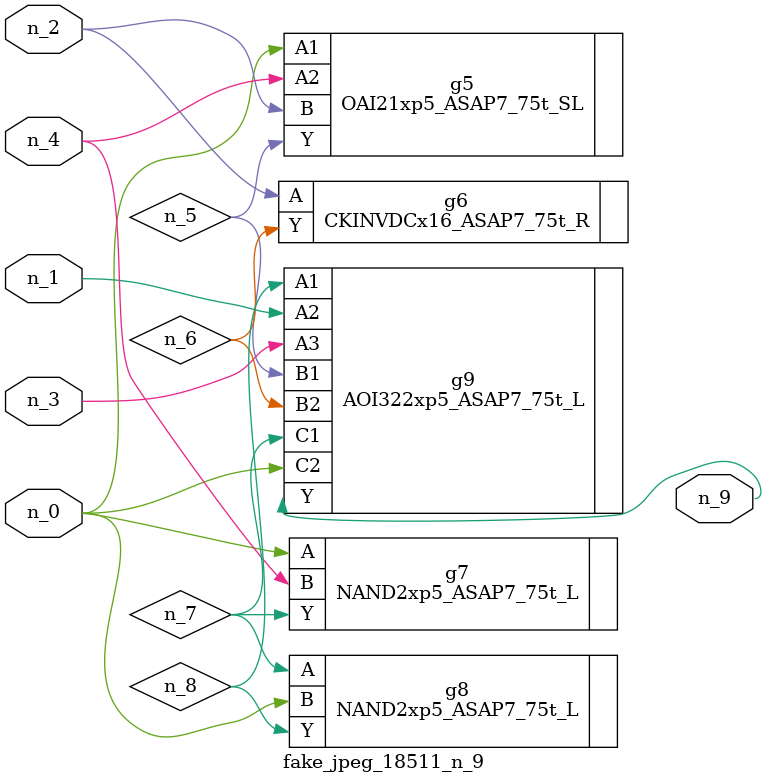
<source format=v>
module fake_jpeg_18511_n_9 (n_3, n_2, n_1, n_0, n_4, n_9);

input n_3;
input n_2;
input n_1;
input n_0;
input n_4;

output n_9;

wire n_8;
wire n_6;
wire n_5;
wire n_7;

OAI21xp5_ASAP7_75t_SL g5 ( 
.A1(n_0),
.A2(n_4),
.B(n_2),
.Y(n_5)
);

CKINVDCx16_ASAP7_75t_R g6 ( 
.A(n_2),
.Y(n_6)
);

NAND2xp5_ASAP7_75t_L g7 ( 
.A(n_0),
.B(n_4),
.Y(n_7)
);

NAND2xp5_ASAP7_75t_L g8 ( 
.A(n_7),
.B(n_0),
.Y(n_8)
);

AOI322xp5_ASAP7_75t_L g9 ( 
.A1(n_8),
.A2(n_1),
.A3(n_3),
.B1(n_5),
.B2(n_6),
.C1(n_7),
.C2(n_0),
.Y(n_9)
);


endmodule
</source>
